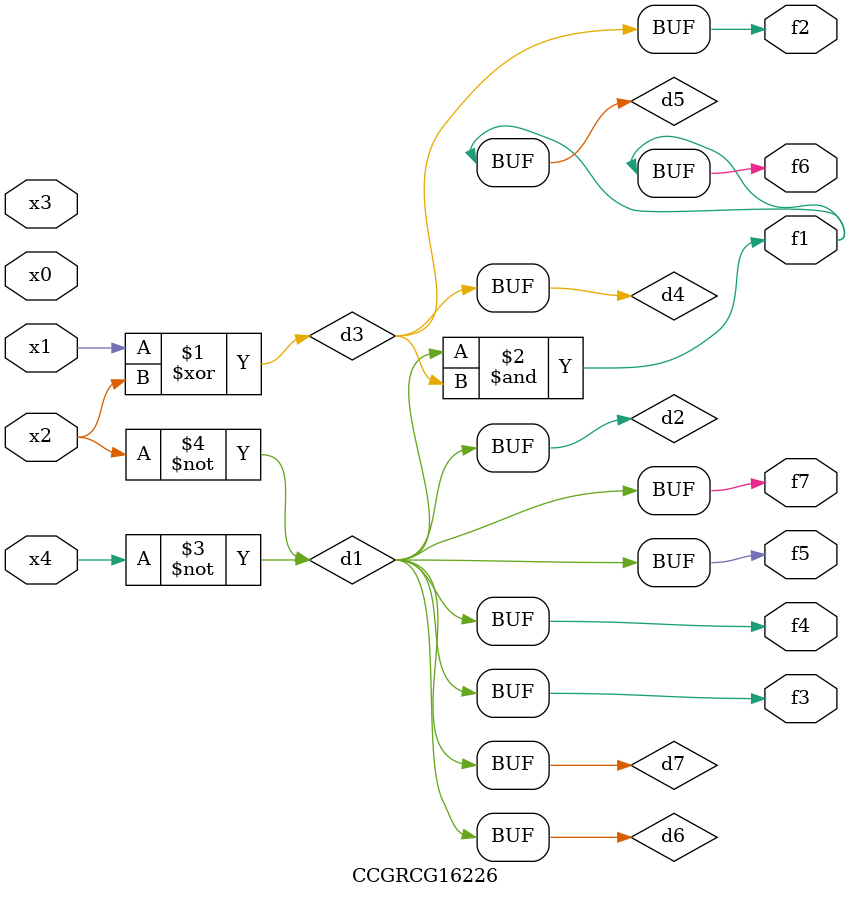
<source format=v>
module CCGRCG16226(
	input x0, x1, x2, x3, x4,
	output f1, f2, f3, f4, f5, f6, f7
);

	wire d1, d2, d3, d4, d5, d6, d7;

	not (d1, x4);
	not (d2, x2);
	xor (d3, x1, x2);
	buf (d4, d3);
	and (d5, d1, d3);
	buf (d6, d1, d2);
	buf (d7, d2);
	assign f1 = d5;
	assign f2 = d4;
	assign f3 = d7;
	assign f4 = d7;
	assign f5 = d7;
	assign f6 = d5;
	assign f7 = d7;
endmodule

</source>
